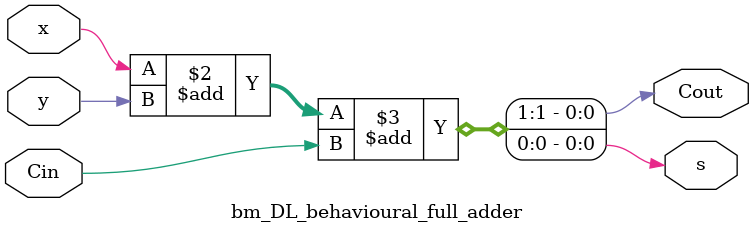
<source format=v>

/* Uses behavioural specification for adder */

module bm_DL_behavioural_full_adder (Cin, x, y, s, Cout);
	input Cin, x, y;
	output s, Cout;
	reg s, Cout;
	
	always @(x or y or Cin)
		{Cout, s} = x + y + Cin;

endmodule

</source>
